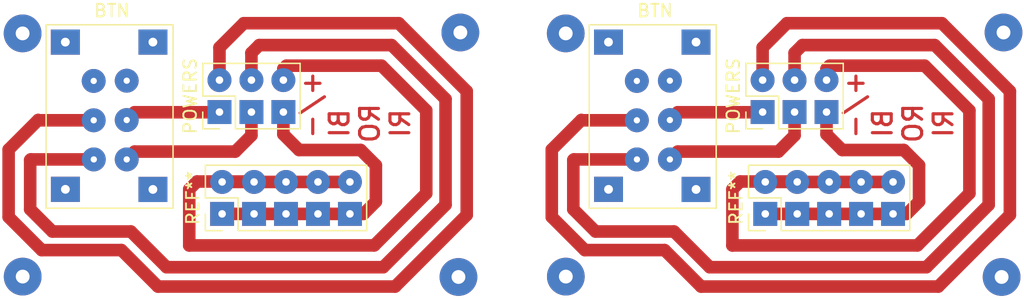
<source format=kicad_pcb>
(kicad_pcb (version 20211014) (generator pcbnew)
  (layers (0 "F.Cu" signal) (31 "B.Cu" signal) (34 "B.Paste" user) (35 "F.Paste" user) (36 "B.SilkS" user "B.Silkscreen") (37 "F.SilkS" user "F.Silkscreen") (38 "B.Mask" user) (39 "F.Mask" user) (44 "Edge.Cuts" user))
  (net 0 "")
  (footprint "Connector_PinHeader_2.54mm:PushButton_6_pin" (layer "F.Cu") (at 60.96 15.24)
    (fp_text reference "BTN" (at 3.74 -2.618) (layer "F.SilkS"))
    (fp_text value "PushButton_6_pin")
    (fp_line (start -1.491194 -1.496) (end 8.602 -1.496) (layer "F.SilkS") (width 0.12))
    (fp_line (start -1.491194 -1.496) (end -1.491194 13.09) (layer "F.SilkS") (width 0.12))
    (fp_line (start -1.491194 13.09) (end 8.602 13.09) (layer "F.SilkS") (width 0.12))
    (fp_line (start 8.602 -1.496) (end 8.602 13.09) (layer "F.SilkS") (width 0.12))
    (pad "" thru_hole rect (at 7.000509 -0.118391) (size 2.3 2) (drill 0.7) (layers *.Cu *.Mask))
    (pad "" thru_hole rect (at 0.03893 -0.118391) (size 2.3 2) (drill 0.7) (layers *.Cu *.Mask))
    (pad "" thru_hole rect (at 7.000509 11.59419) (size 2.3 2) (drill 0.7) (layers *.Cu *.Mask))
    (pad "" thru_hole rect (at 0.043736 11.586152) (size 2.3 2) (drill 0.7) (layers *.Cu *.Mask))
    (pad "1" thru_hole oval (at 2.294688 2.967779) (size 1.9 1.9) (drill 0.5) (layers *.Cu *.Mask))
    (pad "2" thru_hole oval (at 4.918896 2.948554) (size 1.9 1.9) (drill 0.5) (layers *.Cu *.Mask))
    (pad "3" thru_hole oval (at 2.29506 6.097205) (size 1.9 1.9) (drill 0.5) (layers *.Cu *.Mask))
    (pad "4" thru_hole oval (at 4.919268 6.07798) (size 1.9 1.9) (drill 0.5) (layers *.Cu *.Mask))
    (pad "5" thru_hole oval (at 2.30164 9.207406) (size 1.9 1.9) (drill 0.5) (layers *.Cu *.Mask))
    (pad "6" thru_hole oval (at 4.91964 9.207406) (size 1.9 1.9) (drill 0.5) (layers *.Cu *.Mask))
  )
  (footprint "Connector_PinHeader_2.54mm:PinHeader_2x03_P2.54mm_Vertical" (layer "F.Cu") (at 73.253087 20.683254 90)
    (fp_text reference "POWERS" (at 1.27 -2.33 90) (layer "F.SilkS"))
    (fp_text value "POWERS")
    (fp_line (start 3.87 -1.33) (end 3.87 6.41) (layer "F.SilkS") (width 0.12))
    (fp_line (start -1.33 1.27) (end 1.27 1.27) (layer "F.SilkS") (width 0.12))
    (fp_line (start -1.33 0) (end -1.33 -1.33) (layer "F.SilkS") (width 0.12))
    (fp_line (start -1.33 6.41) (end 3.87 6.41) (layer "F.SilkS") (width 0.12))
    (fp_line (start 1.27 1.27) (end 1.27 -1.33) (layer "F.SilkS") (width 0.12))
    (fp_line (start 1.27 -1.33) (end 3.87 -1.33) (layer "F.SilkS") (width 0.12))
    (fp_line (start -1.33 -1.33) (end 0 -1.33) (layer "F.SilkS") (width 0.12))
    (fp_line (start -1.33 1.27) (end -1.33 6.41) (layer "F.SilkS") (width 0.12))
    (pad "1" thru_hole rect (at 0 0 90) (size 1.9 1.9) (drill 0.6) (layers *.Cu *.Mask))
    (pad "2" thru_hole oval (at 2.54 0 90) (size 1.9 1.9) (drill 0.6) (layers *.Cu *.Mask))
    (pad "3" thru_hole rect (at 0 2.54 90) (size 1.9 1.9) (drill 0.6) (layers *.Cu *.Mask))
    (pad "4" thru_hole oval (at 2.54 2.54 90) (size 1.9 1.9) (drill 0.6) (layers *.Cu *.Mask))
    (pad "5" thru_hole rect (at 0 5.08 90) (size 1.9 1.9) (drill 0.6) (layers *.Cu *.Mask))
    (pad "6" thru_hole oval (at 2.54 5.08 90) (size 1.9 1.9) (drill 0.6) (layers *.Cu *.Mask))
  )
  (footprint "Connector_PinHeader_2.54mm:PinHeader_2x05_P2.54mm_Vertical" (layer "F.Cu") (at 30.283092 28.778232 90)
    (fp_text reference "REF**" (at 1.27 -2.33 90) (layer "F.SilkS"))
    (fp_text value "OUTPUTS")
    (fp_line (start 1.27 1.27) (end 1.27 -1.33) (layer "F.SilkS") (width 0.12))
    (fp_line (start -1.33 11.49) (end 3.87 11.49) (layer "F.SilkS") (width 0.12))
    (fp_line (start 3.87 -1.33) (end 3.87 11.49) (layer "F.SilkS") (width 0.12))
    (fp_line (start -1.33 1.27) (end -1.33 11.49) (layer "F.SilkS") (width 0.12))
    (fp_line (start -1.33 1.27) (end 1.27 1.27) (layer "F.SilkS") (width 0.12))
    (fp_line (start 1.27 -1.33) (end 3.87 -1.33) (layer "F.SilkS") (width 0.12))
    (fp_line (start -1.33 0) (end -1.33 -1.33) (layer "F.SilkS") (width 0.12))
    (fp_line (start -1.33 -1.33) (end 0 -1.33) (layer "F.SilkS") (width 0.12))
    (pad "1" thru_hole rect (at 0 0 90) (size 1.9 1.9) (drill 0.6) (layers *.Cu *.Mask))
    (pad "2" thru_hole oval (at 2.54 0 90) (size 1.9 1.9) (drill 0.6) (layers *.Cu *.Mask))
    (pad "3" thru_hole rect (at 0 2.54 90) (size 1.9 1.9) (drill 0.6) (layers *.Cu *.Mask))
    (pad "4" thru_hole oval (at 2.54 2.54 90) (size 1.9 1.9) (drill 0.6) (layers *.Cu *.Mask))
    (pad "5" thru_hole rect (at 0 5.08 90) (size 1.9 1.9) (drill 0.6) (layers *.Cu *.Mask))
    (pad "6" thru_hole oval (at 2.54 5.08 90) (size 1.9 1.9) (drill 0.6) (layers *.Cu *.Mask))
    (pad "7" thru_hole rect (at 0 7.62 90) (size 1.9 1.9) (drill 0.6) (layers *.Cu *.Mask))
    (pad "8" thru_hole oval (at 2.54 7.62 90) (size 1.9 1.9) (drill 0.6) (layers *.Cu *.Mask))
    (pad "9" thru_hole rect (at 0 10.16 90) (size 1.9 1.9) (drill 0.6) (layers *.Cu *.Mask))
    (pad "10" thru_hole oval (at 2.54 10.16 90) (size 1.9 1.9) (drill 0.6) (layers *.Cu *.Mask))
  )
  (footprint "Connector_PinHeader_2.54mm:PushButton_6_pin" (layer "F.Cu") (at 17.78 15.24)
    (fp_text reference "BTN" (at 3.74 -2.618) (layer "F.SilkS"))
    (fp_text value "PushButton_6_pin")
    (fp_line (start -1.491194 -1.496) (end 8.602 -1.496) (layer "F.SilkS") (width 0.12))
    (fp_line (start -1.491194 -1.496) (end -1.491194 13.09) (layer "F.SilkS") (width 0.12))
    (fp_line (start -1.491194 13.09) (end 8.602 13.09) (layer "F.SilkS") (width 0.12))
    (fp_line (start 8.602 -1.496) (end 8.602 13.09) (layer "F.SilkS") (width 0.12))
    (pad "" thru_hole rect (at 7.000509 -0.118391) (size 2.3 2) (drill 0.7) (layers *.Cu *.Mask))
    (pad "" thru_hole rect (at 0.03893 -0.118391) (size 2.3 2) (drill 0.7) (layers *.Cu *.Mask))
    (pad "" thru_hole rect (at 7.000509 11.59419) (size 2.3 2) (drill 0.7) (layers *.Cu *.Mask))
    (pad "" thru_hole rect (at 0.043736 11.586152) (size 2.3 2) (drill 0.7) (layers *.Cu *.Mask))
    (pad "1" thru_hole oval (at 2.294688 2.967779) (size 1.9 1.9) (drill 0.5) (layers *.Cu *.Mask))
    (pad "2" thru_hole oval (at 4.918896 2.948554) (size 1.9 1.9) (drill 0.5) (layers *.Cu *.Mask))
    (pad "3" thru_hole oval (at 2.29506 6.097205) (size 1.9 1.9) (drill 0.5) (layers *.Cu *.Mask))
    (pad "4" thru_hole oval (at 4.919268 6.07798) (size 1.9 1.9) (drill 0.5) (layers *.Cu *.Mask))
    (pad "5" thru_hole oval (at 2.30164 9.207406) (size 1.9 1.9) (drill 0.5) (layers *.Cu *.Mask))
    (pad "6" thru_hole oval (at 4.91964 9.207406) (size 1.9 1.9) (drill 0.5) (layers *.Cu *.Mask))
  )
  (footprint "Connector_PinHeader_2.54mm:PinHeader_2x03_P2.54mm_Vertical" (layer "F.Cu") (at 30.073087 20.683254 90)
    (fp_text reference "POWERS" (at 1.27 -2.33 90) (layer "F.SilkS"))
    (fp_text value "POWERS")
    (fp_line (start 3.87 -1.33) (end 3.87 6.41) (layer "F.SilkS") (width 0.12))
    (fp_line (start -1.33 1.27) (end 1.27 1.27) (layer "F.SilkS") (width 0.12))
    (fp_line (start -1.33 0) (end -1.33 -1.33) (layer "F.SilkS") (width 0.12))
    (fp_line (start -1.33 6.41) (end 3.87 6.41) (layer "F.SilkS") (width 0.12))
    (fp_line (start 1.27 1.27) (end 1.27 -1.33) (layer "F.SilkS") (width 0.12))
    (fp_line (start 1.27 -1.33) (end 3.87 -1.33) (layer "F.SilkS") (width 0.12))
    (fp_line (start -1.33 -1.33) (end 0 -1.33) (layer "F.SilkS") (width 0.12))
    (fp_line (start -1.33 1.27) (end -1.33 6.41) (layer "F.SilkS") (width 0.12))
    (pad "1" thru_hole rect (at 0 0 90) (size 1.9 1.9) (drill 0.6) (layers *.Cu *.Mask))
    (pad "2" thru_hole oval (at 2.54 0 90) (size 1.9 1.9) (drill 0.6) (layers *.Cu *.Mask))
    (pad "3" thru_hole rect (at 0 2.54 90) (size 1.9 1.9) (drill 0.6) (layers *.Cu *.Mask))
    (pad "4" thru_hole oval (at 2.54 2.54 90) (size 1.9 1.9) (drill 0.6) (layers *.Cu *.Mask))
    (pad "5" thru_hole rect (at 0 5.08 90) (size 1.9 1.9) (drill 0.6) (layers *.Cu *.Mask))
    (pad "6" thru_hole oval (at 2.54 5.08 90) (size 1.9 1.9) (drill 0.6) (layers *.Cu *.Mask))
  )
  (footprint "Connector_PinHeader_2.54mm:PinHeader_2x05_P2.54mm_Vertical" (layer "F.Cu") (at 73.463092 28.778232 90)
    (fp_text reference "REF**" (at 1.27 -2.33 90) (layer "F.SilkS"))
    (fp_text value "OUTPUTS")
    (fp_line (start 1.27 1.27) (end 1.27 -1.33) (layer "F.SilkS") (width 0.12))
    (fp_line (start -1.33 11.49) (end 3.87 11.49) (layer "F.SilkS") (width 0.12))
    (fp_line (start 3.87 -1.33) (end 3.87 11.49) (layer "F.SilkS") (width 0.12))
    (fp_line (start -1.33 1.27) (end -1.33 11.49) (layer "F.SilkS") (width 0.12))
    (fp_line (start -1.33 1.27) (end 1.27 1.27) (layer "F.SilkS") (width 0.12))
    (fp_line (start 1.27 -1.33) (end 3.87 -1.33) (layer "F.SilkS") (width 0.12))
    (fp_line (start -1.33 0) (end -1.33 -1.33) (layer "F.SilkS") (width 0.12))
    (fp_line (start -1.33 -1.33) (end 0 -1.33) (layer "F.SilkS") (width 0.12))
    (pad "1" thru_hole rect (at 0 0 90) (size 1.9 1.9) (drill 0.6) (layers *.Cu *.Mask))
    (pad "2" thru_hole oval (at 2.54 0 90) (size 1.9 1.9) (drill 0.6) (layers *.Cu *.Mask))
    (pad "3" thru_hole rect (at 0 2.54 90) (size 1.9 1.9) (drill 0.6) (layers *.Cu *.Mask))
    (pad "4" thru_hole oval (at 2.54 2.54 90) (size 1.9 1.9) (drill 0.6) (layers *.Cu *.Mask))
    (pad "5" thru_hole rect (at 0 5.08 90) (size 1.9 1.9) (drill 0.6) (layers *.Cu *.Mask))
    (pad "6" thru_hole oval (at 2.54 5.08 90) (size 1.9 1.9) (drill 0.6) (layers *.Cu *.Mask))
    (pad "7" thru_hole rect (at 0 7.62 90) (size 1.9 1.9) (drill 0.6) (layers *.Cu *.Mask))
    (pad "8" thru_hole oval (at 2.54 7.62 90) (size 1.9 1.9) (drill 0.6) (layers *.Cu *.Mask))
    (pad "9" thru_hole rect (at 0 10.16 90) (size 1.9 1.9) (drill 0.6) (layers *.Cu *.Mask))
    (pad "10" thru_hole oval (at 2.54 10.16 90) (size 1.9 1.9) (drill 0.6) (layers *.Cu *.Mask))
  )
  (gr_text "+/-" (at 80.559643 20.109548 90) (layer "F.Cu") (effects (font (size 1.5 1.5) (thickness 0.25)) (justify mirror)))
  (gr_text "BI\nRO\nRI" (at 85.209216 21.57209 90) (layer "F.Cu") (effects (font (size 1.5 1.5) (thickness 0.25)) (justify mirror)))
  (gr_text "+/-" (at 37.379643 20.109548 90) (layer "F.Cu") (effects (font (size 1.5 1.5) (thickness 0.25)) (justify mirror)))
  (gr_text "BI\nRO\nRI" (at 42.029216 21.57209 90) (layer "F.Cu") (effects (font (size 1.5 1.5) (thickness 0.25)) (justify mirror)))
  (segment (start 66.500044 20.697204) (end 65.879268 21.31798) (width 1) (layer "F.Cu") (net 0))
  (segment (start 32.613087 22.541232) (end 31.330206 23.824113) (width 1) (layer "F.Cu") (net 0))
  (segment (start 81.083092 26.238232) (end 78.543092 26.238232) (width 1) (layer "F.Cu") (net 0))
  (segment (start 48.045359 19.650588) (end 48.045359 28.059486) (width 1) (layer "F.Cu") (net 0))
  (segment (start 78.333087 18.143254) (end 78.333087 17.240427) (width 1) (layer "F.Cu") (net 0))
  (segment (start 35.399358 16.994156) (end 42.952186 16.994156) (width 1) (layer "F.Cu") (net 0))
  (segment (start 59.967239 30.177927) (end 58.203396 28.414084) (width 1) (layer "F.Cu") (net 0))
  (segment (start 32.613087 20.683254) (end 32.613087 22.541232) (width 1) (layer "F.Cu") (net 0))
  (segment (start 35.363092 26.238232) (end 32.823092 26.238232) (width 1) (layer "F.Cu") (net 0))
  (segment (start 35.153087 20.683254) (end 35.153087 22.453087) (width 1) (layer "F.Cu") (net 0))
  (segment (start 15.938669 31.655312) (end 22.279368 31.655312) (width 1) (layer "F.Cu") (net 0))
  (segment (start 78.543092 26.238232) (end 76.003092 26.238232) (width 1) (layer "F.Cu") (net 0))
  (segment (start 22.279368 31.655312) (end 25.17874 34.554684) (width 1) (layer "F.Cu") (net 0))
  (segment (start 91.225359 19.650588) (end 91.225359 28.059486) (width 1) (layer "F.Cu") (net 0))
  (segment (start 15.662546 21.313614) (end 13.311579 23.664581) (width 1) (layer "F.Cu") (net 0))
  (segment (start 42.375419 31.284581) (end 46.51213 27.14787) (width 1) (layer "F.Cu") (net 0))
  (segment (start 37.903092 28.778232) (end 40.443092 28.778232) (width 1) (layer "F.Cu") (net 0))
  (segment (start 35.363092 28.778232) (end 37.903092 28.778232) (width 1) (layer "F.Cu") (net 0))
  (segment (start 30.283092 28.778232) (end 32.823092 28.778232) (width 1) (layer "F.Cu") (net 0))
  (segment (start 78.579358 16.994156) (end 86.132186 16.994156) (width 1) (layer "F.Cu") (net 0))
  (segment (start 73.253087 15.553444) (end 73.253087 18.143254) (width 1) (layer "F.Cu") (net 0))
  (segment (start 66.502933 23.824113) (end 65.87964 24.447406) (width 1) (layer "F.Cu") (net 0))
  (segment (start 37.903092 26.238232) (end 40.443092 26.238232) (width 1) (layer "F.Cu") (net 0))
  (segment (start 31.330206 23.824113) (end 23.322933 23.824113) (width 1) (layer "F.Cu") (net 0))
  (segment (start 30.073087 20.683254) (end 30.059137 20.697204) (width 1) (layer "F.Cu") (net 0))
  (segment (start 85.555419 31.284581) (end 89.69213 27.14787) (width 1) (layer "F.Cu") (net 0))
  (segment (start 42.506939 27.801187) (end 41.529894 28.778232) (width 1) (layer "F.Cu") (net 0))
  (segment (start 86.269314 33.015531) (end 69.046143 33.015531) (width 1) (layer "F.Cu") (net 0))
  (segment (start 58.866137 21.337205) (end 63.25506 21.337205) (width 1) (layer "F.Cu") (net 0))
  (segment (start 48.045359 28.059486) (end 43.089314 33.015531) (width 1) (layer "F.Cu") (net 0))
  (segment (start 69.046143 33.015531) (end 66.208539 30.177927) (width 1) (layer "F.Cu") (net 0))
  (segment (start 79.578232 23.698232) (end 84.476324 23.698232) (width 1) (layer "F.Cu") (net 0))
  (segment (start 76.41567 15.359602) (end 86.934373 15.359602) (width 1) (layer "F.Cu") (net 0))
  (segment (start 15.662546 21.313614) (end 15.686137 21.337205) (width 1) (layer "F.Cu") (net 0))
  (segment (start 37.903092 26.238232) (end 35.363092 26.238232) (width 1) (layer "F.Cu") (net 0))
  (segment (start 35.363092 28.778232) (end 32.823092 28.778232) (width 1) (layer "F.Cu") (net 0))
  (segment (start 42.506939 24.908847) (end 42.506939 27.801187) (width 1) (layer "F.Cu") (net 0))
  (segment (start 58.842546 21.313614) (end 58.866137 21.337205) (width 1) (layer "F.Cu") (net 0))
  (segment (start 84.709894 28.778232) (end 83.623092 28.778232) (width 1) (layer "F.Cu") (net 0))
  (segment (start 89.69213 20.5541) (end 89.69213 27.14787) (width 1) (layer "F.Cu") (net 0))
  (segment (start 70.850474 31.284581) (end 70.850133 31.28424) (width 1) (layer "F.Cu") (net 0))
  (segment (start 58.203396 24.492764) (end 58.248754 24.447406) (width 1) (layer "F.Cu") (net 0))
  (segment (start 92.909201 28.864148) (end 92.909201 19.024197) (width 1) (layer "F.Cu") (net 0))
  (segment (start 81.083092 26.238232) (end 83.623092 26.238232) (width 1) (layer "F.Cu") (net 0))
  (segment (start 32.006315 13.620216) (end 30.073087 15.553444) (width 1) (layer "F.Cu") (net 0))
  (segment (start 58.203396 28.414084) (end 58.203396 24.492764) (width 1) (layer "F.Cu") (net 0))
  (segment (start 66.208539 30.177927) (end 59.967239 30.177927) (width 1) (layer "F.Cu") (net 0))
  (segment (start 23.028539 30.177927) (end 16.787239 30.177927) (width 1) (layer "F.Cu") (net 0))
  (segment (start 22.699268 21.31798) (end 22.660338 21.27905) (width 1) (layer "F.Cu") (net 0))
  (segment (start 30.283092 26.238232) (end 32.823092 26.238232) (width 1) (layer "F.Cu") (net 0))
  (segment (start 41.296324 23.698232) (end 42.506939 24.908847) (width 1) (layer "F.Cu") (net 0))
  (segment (start 23.322933 23.824113) (end 22.69964 24.447406) (width 1) (layer "F.Cu") (net 0))
  (segment (start 68.35874 34.554684) (end 87.218665 34.554684) (width 1) (layer "F.Cu") (net 0))
  (segment (start 36.398232 23.698232) (end 41.296324 23.698232) (width 1) (layer "F.Cu") (net 0))
  (segment (start 59.118669 31.655312) (end 65.459368 31.655312) (width 1) (layer "F.Cu") (net 0))
  (segment (start 85.686939 27.801187) (end 84.709894 28.778232) (width 1) (layer "F.Cu") (net 0))
  (segment (start 27.670133 26.82065) (end 28.286202 26.204581) (width 1) (layer "F.Cu") (net 0))
  (segment (start 32.613087 15.982185) (end 33.23567 15.359602) (width 1) (layer "F.Cu") (net 0))
  (segment (start 73.239137 20.697204) (end 66.500044 20.697204) (width 1) (layer "F.Cu") (net 0))
  (segment (start 78.333087 17.240427) (end 78.579358 16.994156) (width 1) (layer "F.Cu") (net 0))
  (segment (start 23.320044 20.697204) (end 22.699268 21.31798) (width 1) (layer "F.Cu") (net 0))
  (segment (start 56.491579 23.664581) (end 56.491579 29.028222) (width 1) (layer "F.Cu") (net 0))
  (segment (start 43.089314 33.015531) (end 25.866143 33.015531) (width 1) (layer "F.Cu") (net 0))
  (segment (start 75.186315 13.620216) (end 73.253087 15.553444) (width 1) (layer "F.Cu") (net 0))
  (segment (start 16.787239 30.177927) (end 15.023396 28.414084) (width 1) (layer "F.Cu") (net 0))
  (segment (start 78.333087 22.453087) (end 79.578232 23.698232) (width 1) (layer "F.Cu") (net 0))
  (segment (start 73.463092 26.238232) (end 76.003092 26.238232) (width 1) (layer "F.Cu") (net 0))
  (segment (start 78.333087 20.683254) (end 78.333087 22.453087) (width 1) (layer "F.Cu") (net 0))
  (segment (start 42.375419 31.284581) (end 27.670474 31.284581) (width 1) (layer "F.Cu") (net 0))
  (segment (start 28.286202 26.204581) (end 32.361579 26.204581) (width 1) (layer "F.Cu") (net 0))
  (segment (start 32.613087 18.143254) (end 32.613087 15.982185) (width 1) (layer "F.Cu") (net 0))
  (segment (start 15.686137 21.337205) (end 20.07506 21.337205) (width 1) (layer "F.Cu") (net 0))
  (segment (start 78.543092 28.778232) (end 81.083092 28.778232) (width 1) (layer "F.Cu") (net 0))
  (segment (start 33.23567 15.359602) (end 43.754373 15.359602) (width 1) (layer "F.Cu") (net 0))
  (segment (start 41.529894 28.778232) (end 40.443092 28.778232) (width 1) (layer "F.Cu") (net 0))
  (segment (start 81.083092 28.778232) (end 83.623092 28.778232) (width 1) (layer "F.Cu") (net 0))
  (segment (start 75.793087 15.982185) (end 76.41567 15.359602) (width 1) (layer "F.Cu") (net 0))
  (segment (start 92.909201 19.024197) (end 87.50522 13.620216) (width 1) (layer "F.Cu") (net 0))
  (segment (start 43.754373 15.359602) (end 48.045359 19.650588) (width 1) (layer "F.Cu") (net 0))
  (segment (start 73.463092 28.778232) (end 76.003092 28.778232) (width 1) (layer "F.Cu") (net 0))
  (segment (start 13.311579 29.028222) (end 15.938669 31.655312) (width 1) (layer "F.Cu") (net 0))
  (segment (start 87.50522 13.620216) (end 75.186315 13.620216) (width 1) (layer "F.Cu") (net 0))
  (segment (start 71.466202 26.204581) (end 75.541579 26.204581) (width 1) (layer "F.Cu") (net 0))
  (segment (start 35.153087 18.143254) (end 35.153087 17.240427) (width 1) (layer "F.Cu") (net 0))
  (segment (start 86.132186 16.994156) (end 89.69213 20.5541) (width 1) (layer "F.Cu") (net 0))
  (segment (start 85.555419 31.284581) (end 70.850474 31.284581) (width 1) (layer "F.Cu") (net 0))
  (segment (start 15.068754 24.447406) (end 20.08164 24.447406) (width 1) (layer "F.Cu") (net 0))
  (segment (start 73.253087 20.683254) (end 73.239137 20.697204) (width 1) (layer "F.Cu") (net 0))
  (segment (start 75.793087 20.683254) (end 75.793087 22.541232) (width 1) (layer "F.Cu") (net 0))
  (segment (start 13.311579 23.664581) (end 13.311579 29.028222) (width 1) (layer "F.Cu") (net 0))
  (segment (start 27.670474 31.284581) (end 27.670133 31.28424) (width 1) (layer "F.Cu") (net 0))
  (segment (start 84.476324 23.698232) (end 85.686939 24.908847) (width 1) (layer "F.Cu") (net 0))
  (segment (start 75.793087 22.541232) (end 74.510206 23.824113) (width 1) (layer "F.Cu") (net 0))
  (segment (start 75.793087 18.143254) (end 75.793087 15.982185) (width 1) (layer "F.Cu") (net 0))
  (segment (start 49.729201 19.024197) (end 44.32522 13.620216) (width 1) (layer "F.Cu") (net 0))
  (segment (start 58.842546 21.313614) (end 56.491579 23.664581) (width 1) (layer "F.Cu") (net 0))
  (segment (start 35.153087 17.240427) (end 35.399358 16.994156) (width 1) (layer "F.Cu") (net 0))
  (segment (start 44.038665 34.554684) (end 49.729201 28.864148) (width 1) (layer "F.Cu") (net 0))
  (segment (start 74.510206 23.824113) (end 66.502933 23.824113) (width 1) (layer "F.Cu") (net 0))
  (segment (start 49.729201 28.864148) (end 49.729201 19.024197) (width 1) (layer "F.Cu") (net 0))
  (segment (start 56.491579 29.028222) (end 59.118669 31.655312) (width 1) (layer "F.Cu") (net 0))
  (segment (start 91.225359 28.059486) (end 86.269314 33.015531) (width 1) (layer "F.Cu") (net 0))
  (segment (start 15.023396 24.492764) (end 15.068754 24.447406) (width 1) (layer "F.Cu") (net 0))
  (segment (start 87.218665 34.554684) (end 92.909201 28.864148) (width 1) (layer "F.Cu") (net 0))
  (segment (start 65.459368 31.655312) (end 68.35874 34.554684) (width 1) (layer "F.Cu") (net 0))
  (segment (start 27.670133 31.28424) (end 27.670133 26.82065) (width 1) (layer "F.Cu") (net 0))
  (segment (start 70.850133 26.82065) (end 71.466202 26.204581) (width 1) (layer "F.Cu") (net 0))
  (segment (start 70.850133 31.28424) (end 70.850133 26.82065) (width 1) (layer "F.Cu") (net 0))
  (segment (start 44.32522 13.620216) (end 32.006315 13.620216) (width 1) (layer "F.Cu") (net 0))
  (segment (start 58.248754 24.447406) (end 63.26164 24.447406) (width 1) (layer "F.Cu") (net 0))
  (segment (start 35.153087 22.453087) (end 36.398232 23.698232) (width 1) (layer "F.Cu") (net 0))
  (segment (start 85.686939 24.908847) (end 85.686939 27.801187) (width 1) (layer "F.Cu") (net 0))
  (segment (start 25.17874 34.554684) (end 44.038665 34.554684) (width 1) (layer "F.Cu") (net 0))
  (segment (start 30.073087 15.553444) (end 30.073087 18.143254) (width 1) (layer "F.Cu") (net 0))
  (segment (start 30.059137 20.697204) (end 23.320044 20.697204) (width 1) (layer "F.Cu") (net 0))
  (segment (start 25.866143 33.015531) (end 23.028539 30.177927) (width 1) (layer "F.Cu") (net 0))
  (segment (start 42.952186 16.994156) (end 46.51213 20.5541) (width 1) (layer "F.Cu") (net 0))
  (segment (start 86.934373 15.359602) (end 91.225359 19.650588) (width 1) (layer "F.Cu") (net 0))
  (segment (start 15.023396 28.414084) (end 15.023396 24.492764) (width 1) (layer "F.Cu") (net 0))
  (segment (start 46.51213 20.5541) (end 46.51213 27.14787) (width 1) (layer "F.Cu") (net 0))
  (segment (start 78.543092 28.778232) (end 76.003092 28.778232) (width 1) (layer "F.Cu") (net 0))
  (segment (start 65.879268 21.31798) (end 65.840338 21.27905) (width 1) (layer "F.Cu") (net 0))
  (via (at 49.224113 14.355364) (size 3) (drill 1.1) (layers "F.Cu" "B.Cu") (net 0))
  (via (at 92.404113 14.355364) (size 3) (drill 1.1) (layers "F.Cu" "B.Cu") (net 0))
  (via (at 14.421413 14.428127) (size 3) (drill 1.1) (layers "F.Cu" "B.Cu") (net 0))
  (via (at 49.071872 33.793109) (size 3) (drill 1.1) (layers "F.Cu" "B.Cu") (net 0))
  (via (at 57.601413 14.428127) (size 3) (drill 1.1) (layers "F.Cu" "B.Cu") (net 0))
  (via (at 14.428127 33.762791) (size 3) (drill 1.1) (layers "F.Cu" "B.Cu") (net 0))
  (via (at 92.251872 33.793109) (size 3) (drill 1.1) (layers "F.Cu" "B.Cu") (net 0))
  (via (at 57.608127 33.762791) (size 3) (drill 1.1) (layers "F.Cu" "B.Cu") (net 0))
)
</source>
